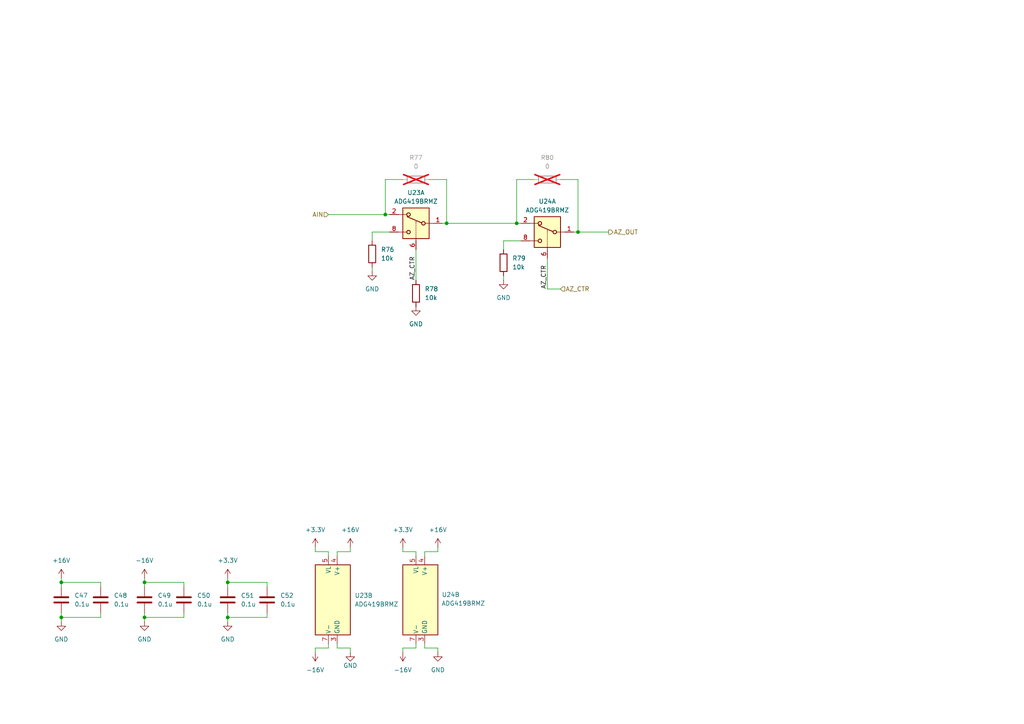
<source format=kicad_sch>
(kicad_sch (version 20250114) (generator "eeschema") (generator_version "9.0")
  (paper "A4")
  (lib_symbols
    (symbol "Analog_Switch:ADG419BRM" (pin_names (offset 0.254))
      (property "Reference" "U" (at -3.175 7.239 0))
      (property "Value" "ADG419BRM" (at -3.175 5.461 0))
      (symbol "ADG419BRM_1_1"
        (polyline (pts (xy -5.08 0) (xy -2.794 0)))
        (rectangle (start -3.81 4.445) (end 3.81 -4.445) (stroke (width 0.254)) (fill (type background)))
        (circle (center -2.159 0) (radius 0.508) (stroke (width 0.254)))
        (polyline (pts (xy -1.651 0.127) (xy 2.54 1.905)) (stroke (width 0.254)))
        (polyline (pts (xy 0 0.254) (xy 0 0.508)))
        (polyline (pts (xy 0 0.254) (xy 0 0.508)))
        (polyline (pts (xy 0 -0.254) (xy 0 0)))
        (polyline (pts (xy 0 -0.762) (xy 0 -0.508)))
        (polyline (pts (xy 0 -1.27) (xy 0 -1.016)))
        (polyline (pts (xy 0 -1.778) (xy 0 -1.524)))
        (polyline (pts (xy 0 -2.286) (xy 0 -2.032)))
        (polyline (pts (xy 0 -2.794) (xy 0 -2.54)))
        (polyline (pts (xy 0 -3.302) (xy 0 -3.048)))
        (polyline (pts (xy 0 -3.81) (xy 0 -3.556)))
        (polyline (pts (xy 0 -4.318) (xy 0 -4.064)))
        (polyline (pts (xy 0 -5.08) (xy 0 -4.572)))
        (circle (center 2.159 2.54) (radius 0.508) (stroke (width 0.254)))
        (circle (center 2.159 -2.54) (radius 0.508) (stroke (width 0.254)))
        (polyline (pts (xy 5.08 2.54) (xy 2.794 2.54)))
        (polyline (pts (xy 5.08 -2.54) (xy 2.794 -2.54)))
        (pin passive line (at -7.62 0 0) (length 2.54) (name "~") (number "1"))
        (pin input line (at 0 -7.62 90) (length 2.54) (name "~") (number "6"))
        (pin passive line (at 7.62 2.54 180) (length 2.54) (name "~") (number "2"))
        (pin passive line (at 7.62 -2.54 180) (length 2.54) (name "~") (number "8"))
      )
      (symbol "ADG419BRM_2_0"
        (pin power_in line (at 0 12.7 270) (length 2.54) (name "V+") (number "4"))
        (pin power_in line (at 0 -12.7 90) (length 2.54) (name "GND") (number "3"))
        (pin power_in line (at 2.54 12.7 270) (length 2.54) (name "VL") (number "5"))
        (pin power_in line (at 2.54 -12.7 90) (length 2.54) (name "V-") (number "7"))
      )
      (symbol "ADG419BRM_2_1"
        (rectangle (start -3.81 10.16) (end 6.35 -10.16) (stroke (width 0.254)) (fill (type background)))
      )
    )
    (symbol "Device:C" (pin_numbers (hide yes)) (pin_names (offset 0.254))
      (property "Reference" "C" (at 0.635 2.54 0))
      (property "Value" "C" (at 0.635 -2.54 0))
      (symbol "C_0_1"
        (polyline (pts (xy -2.032 0.762) (xy 2.032 0.762)) (stroke (width 0.508)))
        (polyline (pts (xy -2.032 -0.762) (xy 2.032 -0.762)) (stroke (width 0.508)))
      )
      (symbol "C_1_1"
        (pin passive line (at 0 3.81 270) (length 2.794) (name "~") (number "1"))
        (pin passive line (at 0 -3.81 90) (length 2.794) (name "~") (number "2"))
      )
    )
    (symbol "Device:R" (pin_numbers (hide yes)) (pin_names (offset 0))
      (property "Reference" "R" (at 2.032 0 90))
      (property "Value" "R" (at 0 0 90))
      (symbol "R_0_1"
        (rectangle (start -1.016 -2.54) (end 1.016 2.54) (stroke (width 0.254)))
      )
      (symbol "R_1_1"
        (pin passive line (at 0 3.81 270) (length 1.27) (name "~") (number "1"))
        (pin passive line (at 0 -3.81 90) (length 1.27) (name "~") (number "2"))
      )
    )
    (symbol "MADC_ARTY:+16V" (power) (pin_numbers (hide yes)) (pin_names (offset 0) (hide yes))
      (property "Value" "+16V" (at 0 3.556 0))
      (symbol "+16V_0_1"
        (polyline (pts (xy -0.762 1.27) (xy 0 2.54)))
        (polyline (pts (xy 0 2.54) (xy 0.762 1.27)))
        (polyline (pts (xy 0 0) (xy 0 2.54)))
      )
      (symbol "+16V_1_1"
        (pin power_in line (at 0 0 90) (length 0) (name "~") (number "1"))
      )
    )
    (symbol "MADC_ARTY:-16V" (power) (pin_numbers (hide yes)) (pin_names (offset 0) (hide yes))
      (property "Value" "-16V" (at 0 3.556 0))
      (symbol "-16V_0_1"
        (polyline (pts (xy -0.762 1.27) (xy 0 2.54)))
        (polyline (pts (xy 0 2.54) (xy 0.762 1.27)))
        (polyline (pts (xy 0 0) (xy 0 2.54)))
      )
      (symbol "-16V_1_1"
        (pin power_in line (at 0 0 90) (length 0) (name "~") (number "1"))
      )
    )
    (symbol "power:+3.3V" (power) (pin_numbers (hide yes)) (pin_names (offset 0) (hide yes))
      (property "Value" "+3.3V" (at 0 3.556 0))
      (symbol "+3.3V_0_1"
        (polyline (pts (xy -0.762 1.27) (xy 0 2.54)))
        (polyline (pts (xy 0 2.54) (xy 0.762 1.27)))
        (polyline (pts (xy 0 0) (xy 0 2.54)))
      )
      (symbol "+3.3V_1_1"
        (pin power_in line (at 0 0 90) (length 0) (name "~") (number "1"))
      )
    )
    (symbol "power:GND" (power) (pin_numbers (hide yes)) (pin_names (offset 0) (hide yes))
      (property "Value" "GND" (at 0 -3.81 0))
      (symbol "GND_0_1"
        (polyline (pts (xy 0 0) (xy 0 -1.27) (xy 1.27 -1.27) (xy 0 -2.54) (xy -1.27 -1.27) (xy 0 -1.27)))
      )
      (symbol "GND_1_1"
        (pin power_in line (at 0 0 270) (length 0) (name "~") (number "1"))
      )
    )
  )
  (junction (at 66.04 179.07))
  (junction (at 17.78 179.07))
  (junction (at 66.04 168.91))
  (junction (at 129.54 64.77))
  (junction (at 41.91 168.91))
  (junction (at 167.64 67.31))
  (junction (at 149.86 64.77))
  (junction (at 111.76 62.23))
  (junction (at 17.78 168.91))
  (junction (at 41.91 179.07))
  (wire (pts (xy 120.65 72.39) (xy 120.65 81.28)))
  (wire (pts (xy 66.04 177.8) (xy 66.04 179.07)))
  (wire (pts (xy 17.78 177.8) (xy 17.78 179.07)))
  (wire (pts (xy 123.19 160.02) (xy 127 160.02)))
  (wire (pts (xy 128.27 64.77) (xy 129.54 64.77)))
  (wire (pts (xy 97.79 187.96) (xy 101.6 187.96)))
  (wire (pts (xy 120.65 160.02) (xy 116.84 160.02)))
  (wire (pts (xy 120.65 161.29) (xy 120.65 160.02)))
  (wire (pts (xy 41.91 179.07) (xy 41.91 180.34)))
  (wire (pts (xy 120.65 187.96) (xy 116.84 187.96)))
  (wire (pts (xy 129.54 52.07) (xy 129.54 64.77)))
  (wire (pts (xy 158.75 83.82) (xy 162.56 83.82)))
  (wire (pts (xy 149.86 52.07) (xy 149.86 64.77)))
  (wire (pts (xy 41.91 168.91) (xy 41.91 170.18)))
  (wire (pts (xy 127 158.75) (xy 127 160.02)))
  (wire (pts (xy 123.19 186.69) (xy 123.19 187.96)))
  (wire (pts (xy 167.64 52.07) (xy 167.64 67.31)))
  (wire (pts (xy 29.21 179.07) (xy 17.78 179.07)))
  (wire (pts (xy 66.04 167.64) (xy 66.04 168.91)))
  (wire (pts (xy 162.56 52.07) (xy 167.64 52.07)))
  (wire (pts (xy 97.79 160.02) (xy 101.6 160.02)))
  (wire (pts (xy 166.37 67.31) (xy 167.64 67.31)))
  (wire (pts (xy 95.25 187.96) (xy 91.44 187.96)))
  (wire (pts (xy 95.25 62.23) (xy 111.76 62.23)))
  (wire (pts (xy 123.19 187.96) (xy 127 187.96)))
  (wire (pts (xy 41.91 177.8) (xy 41.91 179.07)))
  (wire (pts (xy 95.25 186.69) (xy 95.25 187.96)))
  (wire (pts (xy 111.76 62.23) (xy 111.76 52.07)))
  (wire (pts (xy 149.86 64.77) (xy 151.13 64.77)))
  (wire (pts (xy 107.95 69.85) (xy 107.95 67.31)))
  (wire (pts (xy 158.75 74.93) (xy 158.75 83.82)))
  (wire (pts (xy 127 187.96) (xy 127 189.23)))
  (wire (pts (xy 107.95 67.31) (xy 113.03 67.31)))
  (wire (pts (xy 97.79 186.69) (xy 97.79 187.96)))
  (wire (pts (xy 120.65 186.69) (xy 120.65 187.96)))
  (wire (pts (xy 116.84 187.96) (xy 116.84 189.23)))
  (wire (pts (xy 29.21 177.8) (xy 29.21 179.07)))
  (wire (pts (xy 41.91 167.64) (xy 41.91 168.91)))
  (wire (pts (xy 29.21 168.91) (xy 29.21 170.18)))
  (wire (pts (xy 101.6 187.96) (xy 101.6 189.23)))
  (wire (pts (xy 107.95 77.47) (xy 107.95 78.74)))
  (wire (pts (xy 66.04 168.91) (xy 66.04 170.18)))
  (wire (pts (xy 123.19 161.29) (xy 123.19 160.02)))
  (wire (pts (xy 97.79 161.29) (xy 97.79 160.02)))
  (wire (pts (xy 53.34 179.07) (xy 41.91 179.07)))
  (wire (pts (xy 91.44 158.75) (xy 91.44 160.02)))
  (wire (pts (xy 95.25 160.02) (xy 91.44 160.02)))
  (wire (pts (xy 116.84 158.75) (xy 116.84 160.02)))
  (wire (pts (xy 17.78 167.64) (xy 17.78 168.91)))
  (wire (pts (xy 146.05 80.01) (xy 146.05 81.28)))
  (wire (pts (xy 111.76 62.23) (xy 113.03 62.23)))
  (wire (pts (xy 77.47 168.91) (xy 77.47 170.18)))
  (wire (pts (xy 53.34 177.8) (xy 53.34 179.07)))
  (wire (pts (xy 167.64 67.31) (xy 176.53 67.31)))
  (wire (pts (xy 91.44 187.96) (xy 91.44 189.23)))
  (wire (pts (xy 77.47 179.07) (xy 66.04 179.07)))
  (wire (pts (xy 124.46 52.07) (xy 129.54 52.07)))
  (wire (pts (xy 66.04 168.91) (xy 77.47 168.91)))
  (wire (pts (xy 111.76 52.07) (xy 116.84 52.07)))
  (wire (pts (xy 17.78 168.91) (xy 29.21 168.91)))
  (wire (pts (xy 146.05 72.39) (xy 146.05 69.85)))
  (wire (pts (xy 77.47 177.8) (xy 77.47 179.07)))
  (wire (pts (xy 17.78 179.07) (xy 17.78 180.34)))
  (wire (pts (xy 154.94 52.07) (xy 149.86 52.07)))
  (wire (pts (xy 101.6 158.75) (xy 101.6 160.02)))
  (wire (pts (xy 129.54 64.77) (xy 149.86 64.77)))
  (wire (pts (xy 95.25 161.29) (xy 95.25 160.02)))
  (wire (pts (xy 53.34 168.91) (xy 53.34 170.18)))
  (wire (pts (xy 17.78 168.91) (xy 17.78 170.18)))
  (wire (pts (xy 41.91 168.91) (xy 53.34 168.91)))
  (wire (pts (xy 66.04 179.07) (xy 66.04 180.34)))
  (wire (pts (xy 146.05 69.85) (xy 151.13 69.85)))
  (label "AZ_CTR" (at 158.75 83.82 90))
  (label "AZ_CTR" (at 120.65 81.28 90))
  (hierarchical_label "AZ_OUT" (shape output) (at 176.53 67.31 0))
  (hierarchical_label "AIN" (shape input) (at 95.25 62.23 180))
  (hierarchical_label "AZ_CTR" (shape input) (at 162.56 83.82 0))
  (symbol (lib_id "power:GND") (at 146.05 81.28 0) (unit 1)
    (property "Reference" "#PWR095" (effects (hide yes)))
    (property "Value" "GND" (at 146.05 86.36 0))
    (property "Description" "Power symbol creates a global label with name \"GND\" , ground" (effects (hide yes)))
    (instances (project "MADC_ARTY" (path "" (reference "#PWR0166") (unit 1)) (path "" (reference "#PWR095") (unit 1))))
  )
  (symbol (lib_id "power:GND") (at 127 189.23 0) (unit 1)
    (property "Reference" "#PWR094" (effects (hide yes)))
    (property "Value" "GND" (at 127 194.31 0))
    (property "Description" "Power symbol creates a global label with name \"GND\" , ground" (effects (hide yes)))
    (instances (project "MADC_ARTY" (path "" (reference "#PWR0165") (unit 1)) (path "" (reference "#PWR094") (unit 1))))
  )
  (symbol (lib_id "Device:C") (at 41.91 173.99 0) (unit 1)
    (property "Reference" "C36" (at 45.72 172.7199 0) (effects (justify left)))
    (property "Value" "0.1u" (at 45.72 175.2599 0) (effects (justify left)))
    (property "Footprint" "Capacitor_SMD:C_0603_1608Metric" (effects (hide yes)))
    (property "Description" "Unpolarized capacitor" (effects (hide yes)))
    (instances (project "MADC_ARTY" (path "" (reference "C49") (unit 1)) (path "" (reference "C36") (unit 1))))
  )
  (symbol (lib_id "Analog_Switch:ADG419BRM") (at 120.65 64.77 0) (mirror y) (unit 1)
    (property "Reference" "U15" (at 120.65 55.88 0))
    (property "Value" "ADG419BRMZ" (at 120.65 58.42 0))
    (property "Footprint" "Package_SO:MSOP-8_3x3mm_P0.65mm" (effects (hide yes)))
    (property "Datasheet" "https://www.analog.com/media/en/technical-documentation/data-sheets/ADG419.pdf" (effects (hide yes)))
    (property "Description" "Single SPDT Monolithic LC²MOS Analog Switch, 25Ohm Ron, MSOP-8" (effects (hide yes)))
    (instances (project "MADC_ARTY" (path "" (reference "U23") (unit 1)) (path "" (reference "U15") (unit 1))))
  )
  (symbol (lib_id "power:GND") (at 101.6 189.23 0) (unit 1)
    (property "Reference" "#PWR088" (effects (hide yes)))
    (property "Value" "GND" (at 101.6 193.04 0))
    (property "Description" "Power symbol creates a global label with name \"GND\" , ground" (effects (hide yes)))
    (instances (project "MADC_ARTY" (path "" (reference "#PWR0159") (unit 1)) (path "" (reference "#PWR088") (unit 1))))
  )
  (symbol (lib_id "MADC_ARTY:-16V") (at 91.44 189.23 180) (unit 1)
    (property "Reference" "#PWR086" (effects (hide yes)))
    (property "Value" "-16V" (at 91.44 194.31 0))
    (property "Description" "Power symbol creates a global label" (effects (hide yes)))
    (instances (project "MADC_ARTY" (path "" (reference "#PWR0157") (unit 1)) (path "" (reference "#PWR086") (unit 1))))
  )
  (symbol (lib_id "MADC_ARTY:-16V") (at 41.91 167.64 0) (unit 1)
    (property "Reference" "#PWR081" (effects (hide yes)))
    (property "Value" "-16V" (at 41.91 162.56 0))
    (property "Description" "Power symbol creates a global label" (effects (hide yes)))
    (instances (project "" (path "" (reference "#PWR0152") (unit 1)) (path "" (reference "#PWR081") (unit 1))))
  )
  (symbol (lib_id "Device:C") (at 53.34 173.99 0) (unit 1)
    (property "Reference" "C37" (at 57.15 172.7199 0) (effects (justify left)))
    (property "Value" "0.1u" (at 57.15 175.2599 0) (effects (justify left)))
    (property "Footprint" "Capacitor_SMD:C_0603_1608Metric" (effects (hide yes)))
    (property "Description" "Unpolarized capacitor" (effects (hide yes)))
    (instances (project "MADC_ARTY" (path "" (reference "C50") (unit 1)) (path "" (reference "C37") (unit 1))))
  )
  (symbol (lib_id "Device:C") (at 17.78 173.99 0) (unit 1)
    (property "Reference" "C34" (at 21.59 172.7199 0) (effects (justify left)))
    (property "Value" "0.1u" (at 21.59 175.2599 0) (effects (justify left)))
    (property "Footprint" "Capacitor_SMD:C_0603_1608Metric" (effects (hide yes)))
    (property "Description" "Unpolarized capacitor" (effects (hide yes)))
    (instances (project "MADC_ARTY" (path "" (reference "C47") (unit 1)) (path "" (reference "C34") (unit 1))))
  )
  (symbol (lib_id "Device:R") (at 120.65 52.07 90) (unit 1) (dnp yes)
    (property "Reference" "R51" (at 120.65 45.72 90))
    (property "Value" "0" (at 120.65 48.26 90))
    (property "Footprint" "Resistor_SMD:R_0603_1608Metric" (effects (hide yes)))
    (property "Description" "Resistor" (effects (hide yes)))
    (instances (project "MADC_ARTY" (path "" (reference "R77") (unit 1)) (path "" (reference "R51") (unit 1))))
  )
  (symbol (lib_id "power:+3.3V") (at 91.44 158.75 0) (unit 1)
    (property "Reference" "#PWR085" (effects (hide yes)))
    (property "Value" "+3.3V" (at 91.44 153.67 0))
    (property "Description" "Power symbol creates a global label with name \"+3.3V\"" (effects (hide yes)))
    (instances (project "MADC_ARTY" (path "" (reference "#PWR0156") (unit 1)) (path "" (reference "#PWR085") (unit 1))))
  )
  (symbol (lib_id "Analog_Switch:ADG419BRM") (at 158.75 67.31 0) (mirror y) (unit 1)
    (property "Reference" "U16" (at 158.75 58.42 0))
    (property "Value" "ADG419BRMZ" (at 158.75 60.96 0))
    (property "Footprint" "Package_SO:MSOP-8_3x3mm_P0.65mm" (effects (hide yes)))
    (property "Datasheet" "https://www.analog.com/media/en/technical-documentation/data-sheets/ADG419.pdf" (effects (hide yes)))
    (property "Description" "Single SPDT Monolithic LC²MOS Analog Switch, 25Ohm Ron, MSOP-8" (effects (hide yes)))
    (instances (project "MADC_ARTY" (path "" (reference "U24") (unit 1)) (path "" (reference "U16") (unit 1))))
  )
  (symbol (lib_id "Device:R") (at 158.75 52.07 90) (unit 1) (dnp yes)
    (property "Reference" "R54" (at 158.75 45.72 90))
    (property "Value" "0" (at 158.75 48.26 90))
    (property "Footprint" "Resistor_SMD:R_0603_1608Metric" (effects (hide yes)))
    (property "Description" "Resistor" (effects (hide yes)))
    (instances (project "MADC_ARTY" (path "" (reference "R80") (unit 1)) (path "" (reference "R54") (unit 1))))
  )
  (symbol (lib_id "Analog_Switch:ADG419BRM") (at 123.19 173.99 0) (mirror y) (unit 2)
    (property "Reference" "U16" (at 133.35 172.466 0) (effects (justify left)))
    (property "Value" "ADG419BRMZ" (at 140.716 175.006 0) (effects (justify left)))
    (property "Footprint" "Package_SO:MSOP-8_3x3mm_P0.65mm" (effects (hide yes)))
    (property "Datasheet" "https://www.analog.com/media/en/technical-documentation/data-sheets/ADG419.pdf" (effects (hide yes)))
    (property "Description" "Single SPDT Monolithic LC²MOS Analog Switch, 25Ohm Ron, MSOP-8" (effects (hide yes)))
    (instances (project "MADC_ARTY" (path "" (reference "U24") (unit 2)) (path "" (reference "U16") (unit 2))))
  )
  (symbol (lib_id "Device:R") (at 107.95 73.66 0) (unit 1)
    (property "Reference" "R50" (at 110.49 72.3899 0) (effects (justify left)))
    (property "Value" "10k" (at 110.49 74.9299 0) (effects (justify left)))
    (property "Footprint" "Resistor_SMD:R_0603_1608Metric" (effects (hide yes)))
    (property "Description" "Resistor" (effects (hide yes)))
    (instances (project "MADC_ARTY" (path "" (reference "R76") (unit 1)) (path "" (reference "R50") (unit 1))))
  )
  (symbol (lib_id "Device:C") (at 29.21 173.99 0) (unit 1)
    (property "Reference" "C35" (at 33.02 172.7199 0) (effects (justify left)))
    (property "Value" "0.1u" (at 33.02 175.2599 0) (effects (justify left)))
    (property "Footprint" "Capacitor_SMD:C_0603_1608Metric" (effects (hide yes)))
    (property "Description" "Unpolarized capacitor" (effects (hide yes)))
    (instances (project "MADC_ARTY" (path "" (reference "C48") (unit 1)) (path "" (reference "C35") (unit 1))))
  )
  (symbol (lib_id "Device:C") (at 77.47 173.99 0) (unit 1)
    (property "Reference" "C39" (at 81.28 172.7199 0) (effects (justify left)))
    (property "Value" "0.1u" (at 81.28 175.2599 0) (effects (justify left)))
    (property "Footprint" "Capacitor_SMD:C_0603_1608Metric" (effects (hide yes)))
    (property "Description" "Unpolarized capacitor" (effects (hide yes)))
    (instances (project "MADC_ARTY" (path "" (reference "C52") (unit 1)) (path "" (reference "C39") (unit 1))))
  )
  (symbol (lib_id "power:GND") (at 17.78 180.34 0) (unit 1)
    (property "Reference" "#PWR080" (effects (hide yes)))
    (property "Value" "GND" (at 17.78 185.42 0))
    (property "Description" "Power symbol creates a global label with name \"GND\" , ground" (effects (hide yes)))
    (instances (project "MADC_ARTY" (path "" (reference "#PWR0151") (unit 1)) (path "" (reference "#PWR080") (unit 1))))
  )
  (symbol (lib_id "power:GND") (at 41.91 180.34 0) (unit 1)
    (property "Reference" "#PWR082" (effects (hide yes)))
    (property "Value" "GND" (at 41.91 185.42 0))
    (property "Description" "Power symbol creates a global label with name \"GND\" , ground" (effects (hide yes)))
    (instances (project "MADC_ARTY" (path "" (reference "#PWR0153") (unit 1)) (path "" (reference "#PWR082") (unit 1))))
  )
  (symbol (lib_id "MADC_ARTY:+16V") (at 101.6 158.75 0) (unit 1)
    (property "Reference" "#PWR087" (effects (hide yes)))
    (property "Value" "+16V" (at 101.6 153.67 0))
    (property "Description" "Power symbol creates a global label" (effects (hide yes)))
    (instances (project "MADC_ARTY" (path "" (reference "#PWR0158") (unit 1)) (path "" (reference "#PWR087") (unit 1))))
  )
  (symbol (lib_id "power:GND") (at 120.65 88.9 0) (unit 1)
    (property "Reference" "#PWR092" (effects (hide yes)))
    (property "Value" "GND" (at 120.65 93.98 0))
    (property "Description" "Power symbol creates a global label with name \"GND\" , ground" (effects (hide yes)))
    (instances (project "MADC_ARTY" (path "" (reference "#PWR0163") (unit 1)) (path "" (reference "#PWR092") (unit 1))))
  )
  (symbol (lib_id "power:+3.3V") (at 116.84 158.75 0) (unit 1)
    (property "Reference" "#PWR090" (effects (hide yes)))
    (property "Value" "+3.3V" (at 116.84 153.67 0))
    (property "Description" "Power symbol creates a global label with name \"+3.3V\"" (effects (hide yes)))
    (instances (project "MADC_ARTY" (path "" (reference "#PWR0161") (unit 1)) (path "" (reference "#PWR090") (unit 1))))
  )
  (symbol (lib_id "power:GND") (at 66.04 180.34 0) (unit 1)
    (property "Reference" "#PWR084" (effects (hide yes)))
    (property "Value" "GND" (at 66.04 185.42 0))
    (property "Description" "Power symbol creates a global label with name \"GND\" , ground" (effects (hide yes)))
    (instances (project "MADC_ARTY" (path "" (reference "#PWR0155") (unit 1)) (path "" (reference "#PWR084") (unit 1))))
  )
  (symbol (lib_id "power:+3.3V") (at 66.04 167.64 0) (unit 1)
    (property "Reference" "#PWR083" (effects (hide yes)))
    (property "Value" "+3.3V" (at 66.04 162.56 0))
    (property "Description" "Power symbol creates a global label with name \"+3.3V\"" (effects (hide yes)))
    (instances (project "MADC_ARTY" (path "" (reference "#PWR0154") (unit 1)) (path "" (reference "#PWR083") (unit 1))))
  )
  (symbol (lib_id "MADC_ARTY:+16V") (at 17.78 167.64 0) (unit 1)
    (property "Reference" "#PWR079" (effects (hide yes)))
    (property "Value" "+16V" (at 17.78 162.56 0))
    (property "Description" "Power symbol creates a global label" (effects (hide yes)))
    (instances (project "" (path "" (reference "#PWR0150") (unit 1)) (path "" (reference "#PWR079") (unit 1))))
  )
  (symbol (lib_id "Analog_Switch:ADG419BRM") (at 97.79 173.99 0) (mirror y) (unit 2)
    (property "Reference" "U15" (at 102.87 172.7199 0) (effects (justify right)))
    (property "Value" "ADG419BRMZ" (at 102.87 175.2599 0) (effects (justify right)))
    (property "Footprint" "Package_SO:MSOP-8_3x3mm_P0.65mm" (effects (hide yes)))
    (property "Datasheet" "https://www.analog.com/media/en/technical-documentation/data-sheets/ADG419.pdf" (effects (hide yes)))
    (property "Description" "Single SPDT Monolithic LC²MOS Analog Switch, 25Ohm Ron, MSOP-8" (effects (hide yes)))
    (instances (project "MADC_ARTY" (path "" (reference "U23") (unit 2)) (path "" (reference "U15") (unit 2))))
  )
  (symbol (lib_id "MADC_ARTY:-16V") (at 116.84 189.23 180) (unit 1)
    (property "Reference" "#PWR091" (effects (hide yes)))
    (property "Value" "-16V" (at 116.84 194.31 0))
    (property "Description" "Power symbol creates a global label" (effects (hide yes)))
    (instances (project "MADC_ARTY" (path "" (reference "#PWR0162") (unit 1)) (path "" (reference "#PWR091") (unit 1))))
  )
  (symbol (lib_id "Device:R") (at 146.05 76.2 0) (unit 1)
    (property "Reference" "R53" (at 148.59 74.9299 0) (effects (justify left)))
    (property "Value" "10k" (at 148.59 77.4699 0) (effects (justify left)))
    (property "Footprint" "Resistor_SMD:R_0603_1608Metric" (effects (hide yes)))
    (property "Description" "Resistor" (effects (hide yes)))
    (instances (project "MADC_ARTY" (path "" (reference "R79") (unit 1)) (path "" (reference "R53") (unit 1))))
  )
  (symbol (lib_id "MADC_ARTY:+16V") (at 127 158.75 0) (unit 1)
    (property "Reference" "#PWR093" (effects (hide yes)))
    (property "Value" "+16V" (at 127 153.67 0))
    (property "Description" "Power symbol creates a global label" (effects (hide yes)))
    (instances (project "MADC_ARTY" (path "" (reference "#PWR0164") (unit 1)) (path "" (reference "#PWR093") (unit 1))))
  )
  (symbol (lib_id "Device:C") (at 66.04 173.99 0) (unit 1)
    (property "Reference" "C38" (at 69.85 172.7199 0) (effects (justify left)))
    (property "Value" "0.1u" (at 69.85 175.2599 0) (effects (justify left)))
    (property "Footprint" "Capacitor_SMD:C_0603_1608Metric" (effects (hide yes)))
    (property "Description" "Unpolarized capacitor" (effects (hide yes)))
    (instances (project "MADC_ARTY" (path "" (reference "C51") (unit 1)) (path "" (reference "C38") (unit 1))))
  )
  (symbol (lib_id "power:GND") (at 107.95 78.74 0) (unit 1)
    (property "Reference" "#PWR089" (effects (hide yes)))
    (property "Value" "GND" (at 107.95 83.82 0))
    (property "Description" "Power symbol creates a global label with name \"GND\" , ground" (effects (hide yes)))
    (instances (project "MADC_ARTY" (path "" (reference "#PWR0160") (unit 1)) (path "" (reference "#PWR089") (unit 1))))
  )
  (symbol (lib_id "Device:R") (at 120.65 85.09 0) (unit 1)
    (property "Reference" "R52" (at 123.19 83.8199 0) (effects (justify left)))
    (property "Value" "10k" (at 123.19 86.3599 0) (effects (justify left)))
    (property "Footprint" "Resistor_SMD:R_0603_1608Metric" (effects (hide yes)))
    (property "Description" "Resistor" (effects (hide yes)))
    (instances (project "MADC_ARTY" (path "" (reference "R78") (unit 1)) (path "" (reference "R52") (unit 1))))
  )
)
</source>
